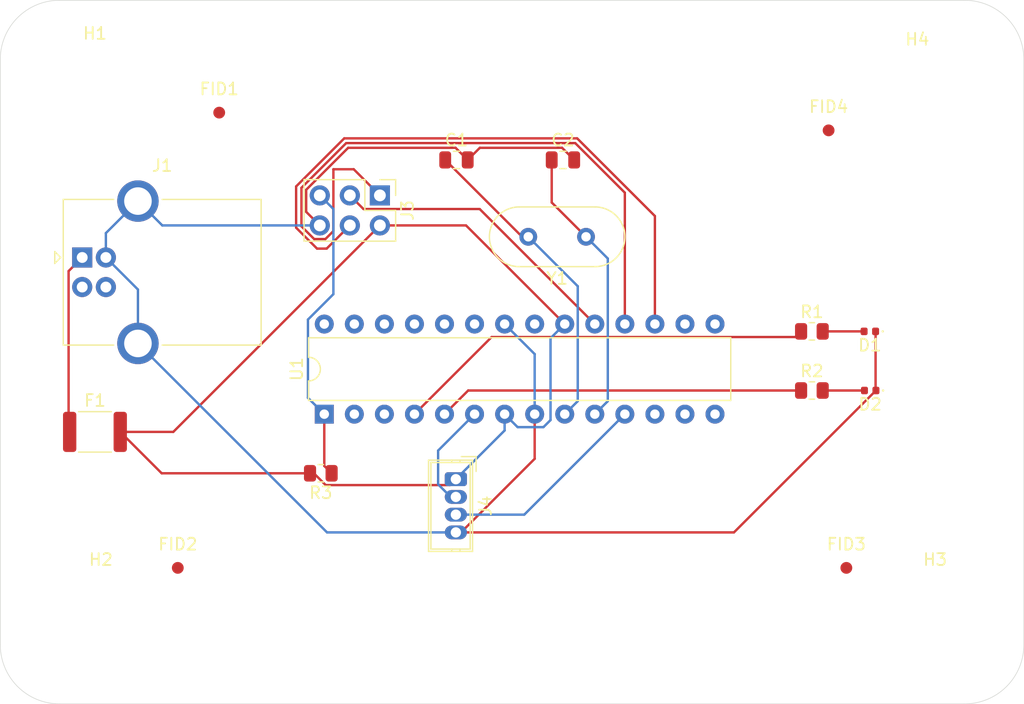
<source format=kicad_pcb>
(kicad_pcb (version 20240108) (generator "pcbnew") (generator_version "8.0")
  (layers (0 "F.Cu" signal) (31 "B.Cu" signal) (34 "B.Paste" user) (35 "F.Paste" user) (36 "B.SilkS" user "B.Silkscreen") (37 "F.SilkS" user "F.Silkscreen") (38 "B.Mask" user) (39 "F.Mask" user) (44 "Edge.Cuts" user))
  (net 0 "")
  (net 1 "GND")
  (net 2 "Net-(U1-XTAL1{slash}PB6)")
  (net 3 "Net-(U1-XTAL2{slash}PB7)")
  (net 4 "Net-(D1-A)")
  (net 5 "Net-(D2-A)")
  (net 6 "VCC")
  (net 7 "Net-(J1-VBUS)")
  (net 10 "/ECHO")
  (net 11 "/TRIG")
  (net 12 "Net-(J3-Pin_3)")
  (net 13 "Net-(J3-Pin_1)")
  (net 14 "Net-(J3-Pin_4)")
  (net 15 "/RESET")
  (net 16 "Net-(U1-PD2)")
  (net 17 "Net-(U1-PD3)")
  (footprint "Connector_PinHeader_2.54mm:PinHeader_2x03_P2.54mm_Vertical" (layer "F.Cu") (at 131.58 40 -90)
    (property "Reference" "J3" (at 1.27 -2.33 90) (layer "F.SilkS"))
    (property "Value" "Conn_02x03_Odd_Even")
    (fp_line (start -1.33 6.41) (end 3.87 6.41) (stroke (width 0.12)) (layer "F.SilkS"))
    (fp_line (start -1.33 1.27) (end -1.33 6.41) (stroke (width 0.12)) (layer "F.SilkS"))
    (fp_line (start -1.33 1.27) (end 1.27 1.27) (stroke (width 0.12)) (layer "F.SilkS"))
    (fp_line (start 1.27 1.27) (end 1.27 -1.33) (stroke (width 0.12)) (layer "F.SilkS"))
    (fp_line (start -1.33 0) (end -1.33 -1.33) (stroke (width 0.12)) (layer "F.SilkS"))
    (fp_line (start -1.33 -1.33) (end 0 -1.33) (stroke (width 0.12)) (layer "F.SilkS"))
    (fp_line (start 1.27 -1.33) (end 3.87 -1.33) (stroke (width 0.12)) (layer "F.SilkS"))
    (fp_line (start 3.87 -1.33) (end 3.87 6.41) (stroke (width 0.12)) (layer "F.SilkS"))
    (pad "1" thru_hole rect (at 0 0 270) (size 1.7 1.7) (drill 1) (layers "*.Cu" "*.Mask") (net 13 "Net-(J3-Pin_1)"))
    (pad "2" thru_hole oval (at 2.54 0 270) (size 1.7 1.7) (drill 1) (layers "*.Cu" "*.Mask") (net 6 "VCC"))
    (pad "3" thru_hole oval (at 0 2.54 270) (size 1.7 1.7) (drill 1) (layers "*.Cu" "*.Mask") (net 12 "Net-(J3-Pin_3)"))
    (pad "4" thru_hole oval (at 2.54 2.54 270) (size 1.7 1.7) (drill 1) (layers "*.Cu" "*.Mask") (net 14 "Net-(J3-Pin_4)"))
    (pad "5" thru_hole oval (at 0 5.08 270) (size 1.7 1.7) (drill 1) (layers "*.Cu" "*.Mask") (net 15 "/RESET"))
    (pad "6" thru_hole oval (at 2.54 5.08 270) (size 1.7 1.7) (drill 1) (layers "*.Cu" "*.Mask") (net 1 "GND"))
  )
  (footprint "MountingHole:MountingHole_3.2mm_M3" (layer "F.Cu") (at 108 75)
    (property "Reference" "H2" (at 0 -4.2 0) (layer "F.SilkS"))
    (property "Value" "MountingHole")
    (pad "" np_thru_hole circle (at 0 0) (size 3.2 3.2) (drill 3.2) (layers "*.Cu" "*.Mask"))
  )
  (footprint "Resistor_SMD:R_0805_2012Metric" (layer "F.Cu") (at 168.0875 56.5)
    (property "Reference" "R2" (at 0 -1.65 0) (layer "F.SilkS"))
    (property "Value" "220")
    (fp_line (start -0.227064 -0.735) (end 0.227064 -0.735) (stroke (width 0.12)) (layer "F.SilkS"))
    (fp_line (start -0.227064 0.735) (end 0.227064 0.735) (stroke (width 0.12)) (layer "F.SilkS"))
    (pad "1" smd roundrect (at -0.9125 0) (size 1.025 1.4) (layers "F.Cu" "F.Paste" "F.Mask") (roundrect_rratio 0.243902) (net 17 "Net-(U1-PD3)"))
    (pad "2" smd roundrect (at 0.9125 0) (size 1.025 1.4) (layers "F.Cu" "F.Paste" "F.Mask") (roundrect_rratio 0.243902) (net 5 "Net-(D2-A)"))
  )
  (footprint "Fiducial:Fiducial_1mm_Mask2mm" (layer "F.Cu") (at 118 33)
    (property "Reference" "FID1" (at 0 -2 0) (layer "F.SilkS"))
    (property "Value" "Fiducial")
    (pad "" smd circle (at 0 0) (size 1 1) (layers "F.Cu" "F.Mask") (clearance 0.5))
  )
  (footprint "MountingHole:MountingHole_3.2mm_M3" (layer "F.Cu") (at 177 31)
    (property "Reference" "H4" (at 0 -4.2 0) (layer "F.SilkS"))
    (property "Value" "MountingHole")
    (pad "" np_thru_hole circle (at 0 0) (size 3.2 3.2) (drill 3.2) (layers "*.Cu" "*.Mask"))
  )
  (footprint "LED_SMD:LED_0402_1005Metric" (layer "F.Cu") (at 173.015 56.5 180)
    (property "Reference" "D2" (at 0 -1.17 360) (layer "F.SilkS"))
    (property "Value" "RED")
    (fp_circle (center -1.09 0) (end -1.04 0) (stroke (width 0.1)) (fill none) (layer "F.SilkS"))
    (pad "1" smd roundrect (at -0.485 0 180) (size 0.59 0.64) (layers "F.Cu" "F.Paste" "F.Mask") (net 1 "GND"))
    (pad "2" smd roundrect (at 0.485 0 180) (size 0.59 0.64) (layers "F.Cu" "F.Paste" "F.Mask") (net 5 "Net-(D2-A)"))
  )
  (footprint "Fiducial:Fiducial_1mm_Mask2mm" (layer "F.Cu") (at 114.5 71.5)
    (property "Reference" "FID2" (at 0 -2 0) (layer "F.SilkS"))
    (property "Value" "Fiducial")
    (pad "" smd circle (at 0 0) (size 1 1) (layers "F.Cu" "F.Mask") (clearance 0.5))
  )
  (footprint "Fiducial:Fiducial_1mm_Mask2mm" (layer "F.Cu") (at 171 71.5)
    (property "Reference" "FID3" (at 0 -2 0) (layer "F.SilkS"))
    (property "Value" "Fiducial")
    (pad "" smd circle (at 0 0) (size 1 1) (layers "F.Cu" "F.Mask") (clearance 0.5))
  )
  (footprint "Connector_Wuerth:Wuerth_WR-WTB_64800411622_1x04_P1.50mm_Vertical" (layer "F.Cu") (at 138 64 -90)
    (property "Reference" "J4" (at 2.25 -2.5 90) (layer "F.SilkS"))
    (property "Value" "Conn_01x04_Socket")
    (fp_line (start -1.61 2.31) (end 6.11 2.31) (stroke (width 0.12)) (layer "F.SilkS"))
    (fp_line (start 6.11 2.31) (end 6.11 -1.41) (stroke (width 0.12)) (layer "F.SilkS"))
    (fp_line (start -1.41 2.11) (end 5.91 2.11) (stroke (width 0.12)) (layer "F.SilkS"))
    (fp_line (start 5.91 2.11) (end 5.91 0.35) (stroke (width 0.12)) (layer "F.SilkS"))
    (fp_line (start -1.41 0.35) (end -1.41 2.11) (stroke (width 0.12)) (layer "F.SilkS"))
    (fp_line (start -1.41 0.35) (end -1.61 0.35) (stroke (width 0.12)) (layer "F.SilkS"))
    (fp_line (start 5.91 0.35) (end 6.11 0.35) (stroke (width 0.12)) (layer "F.SilkS"))
    (fp_line (start -1.61 -0.35) (end -1.41 -0.35) (stroke (width 0.12)) (layer "F.SilkS"))
    (fp_line (start -1.41 -0.35) (end -1.41 0.35) (stroke (width 0.12)) (layer "F.SilkS"))
    (fp_line (start -1.41 -0.35) (end -1.41 -1.21) (stroke (width 0.12)) (layer "F.SilkS"))
    (fp_line (start 5.91 -0.35) (end 5.91 0.35) (stroke (width 0.12)) (layer "F.SilkS"))
    (fp_line (start 5.91 -0.35) (end 6.11 -0.35) (stroke (width 0.12)) (layer "F.SilkS"))
    (fp_line (start -1.41 -1.21) (end 5.91 -1.21) (stroke (width 0.12)) (layer "F.SilkS"))
    (fp_line (start 5.91 -1.21) (end 5.91 -0.35) (stroke (width 0.12)) (layer "F.SilkS"))
    (fp_line (start -1.61 -1.41) (end -1.61 2.31) (stroke (width 0.12)) (layer "F.SilkS"))
    (fp_line (start 6.11 -1.41) (end -1.61 -1.41) (stroke (width 0.12)) (layer "F.SilkS"))
    (fp_line (start -1.91 -1.71) (end -1.91 -0.46) (stroke (width 0.12)) (layer "F.SilkS"))
    (fp_line (start -0.66 -1.71) (end -1.91 -1.71) (stroke (width 0.12)) (layer "F.SilkS"))
    (pad "1" thru_hole roundrect (at 0 0 270) (size 1.17 1.87) (drill 0.87) (layers "*.Cu" "*.Mask") (roundrect_rratio 0.213675) (net 6 "VCC"))
    (pad "2" thru_hole oval (at 1.5 0 270) (size 1.17 1.87) (drill 0.87) (layers "*.Cu" "*.Mask") (net 11 "/TRIG"))
    (pad "3" thru_hole oval (at 3 0 270) (size 1.17 1.87) (drill 0.87) (layers "*.Cu" "*.Mask") (net 10 "/ECHO"))
    (pad "4" thru_hole oval (at 4.5 0 270) (size 1.17 1.87) (drill 0.87) (layers "*.Cu" "*.Mask") (net 1 "GND"))
  )
  (footprint "LED_SMD:LED_0402_1005Metric" (layer "F.Cu") (at 172.985 51.5 180)
    (property "Reference" "D1" (at 0 -1.17 360) (layer "F.SilkS"))
    (property "Value" "GREEN")
    (fp_circle (center -1.09 0) (end -1.04 0) (stroke (width 0.1)) (fill none) (layer "F.SilkS"))
    (pad "1" smd roundrect (at -0.485 0 180) (size 0.59 0.64) (layers "F.Cu" "F.Paste" "F.Mask") (net 1 "GND"))
    (pad "2" smd roundrect (at 0.485 0 180) (size 0.59 0.64) (layers "F.Cu" "F.Paste" "F.Mask") (net 4 "Net-(D1-A)"))
  )
  (footprint "Package_DIP:DIP-28_W7.62mm" (layer "F.Cu") (at 126.88 58.5 90)
    (property "Reference" "U1" (at 3.81 -2.33 90) (layer "F.SilkS"))
    (property "Value" "ATmega328-P")
    (fp_line (start 6.46 -1.33) (end 4.81 -1.33) (stroke (width 0.12)) (layer "F.SilkS"))
    (fp_line (start 2.81 -1.33) (end 1.16 -1.33) (stroke (width 0.12)) (layer "F.SilkS"))
    (fp_line (start 1.16 -1.33) (end 1.16 34.35) (stroke (width 0.12)) (layer "F.SilkS"))
    (fp_line (start 6.46 34.35) (end 6.46 -1.33) (stroke (width 0.12)) (layer "F.SilkS"))
    (fp_line (start 1.16 34.35) (end 6.46 34.35) (stroke (width 0.12)) (layer "F.SilkS"))
    (fp_arc (start 4.81 -1.33) (mid 3.81 -0.33) (end 2.81 -1.33) (stroke (width 0.12)) (layer "F.SilkS"))
    (pad "1" thru_hole rect (at 0 0 90) (size 1.6 1.6) (drill 0.8) (layers "*.Cu" "*.Mask") (net 15 "/RESET"))
    (pad "2" thru_hole oval (at 0 2.54 90) (size 1.6 1.6) (drill 0.8) (layers "*.Cu" "*.Mask"))
    (pad "3" thru_hole oval (at 0 5.08 90) (size 1.6 1.6) (drill 0.8) (layers "*.Cu" "*.Mask"))
    (pad "4" thru_hole oval (at 0 7.62 90) (size 1.6 1.6) (drill 0.8) (layers "*.Cu" "*.Mask") (net 16 "Net-(U1-PD2)"))
    (pad "5" thru_hole oval (at 0 10.16 90) (size 1.6 1.6) (drill 0.8) (layers "*.Cu" "*.Mask") (net 17 "Net-(U1-PD3)"))
    (pad "6" thru_hole oval (at 0 12.7 90) (size 1.6 1.6) (drill 0.8) (layers "*.Cu" "*.Mask") (net 11 "/TRIG"))
    (pad "7" thru_hole oval (at 0 15.24 90) (size 1.6 1.6) (drill 0.8) (layers "*.Cu" "*.Mask") (net 6 "VCC"))
    (pad "8" thru_hole oval (at 0 17.78 90) (size 1.6 1.6) (drill 0.8) (layers "*.Cu" "*.Mask") (net 1 "GND"))
    (pad "9" thru_hole oval (at 0 20.32 90) (size 1.6 1.6) (drill 0.8) (layers "*.Cu" "*.Mask") (net 2 "Net-(U1-XTAL1{slash}PB6)"))
    (pad "10" thru_hole oval (at 0 22.86 90) (size 1.6 1.6) (drill 0.8) (layers "*.Cu" "*.Mask") (net 3 "Net-(U1-XTAL2{slash}PB7)"))
    (pad "11" thru_hole oval (at 0 25.4 90) (size 1.6 1.6) (drill 0.8) (layers "*.Cu" "*.Mask") (net 10 "/ECHO"))
    (pad "12" thru_hole oval (at 0 27.94 90) (size 1.6 1.6) (drill 0.8) (layers "*.Cu" "*.Mask"))
    (pad "13" thru_hole oval (at 0 30.48 90) (size 1.6 1.6) (drill 0.8) (layers "*.Cu" "*.Mask"))
    (pad "14" thru_hole oval (at 0 33.02 90) (size 1.6 1.6) (drill 0.8) (layers "*.Cu" "*.Mask"))
    (pad "15" thru_hole oval (at 7.62 33.02 90) (size 1.6 1.6) (drill 0.8) (layers "*.Cu" "*.Mask"))
    (pad "16" thru_hole oval (at 7.62 30.48 90) (size 1.6 1.6) (drill 0.8) (layers "*.Cu" "*.Mask"))
    (pad "17" thru_hole oval (at 7.62 27.94 90) (size 1.6 1.6) (drill 0.8) (layers "*.Cu" "*.Mask") (net 14 "Net-(J3-Pin_4)"))
    (pad "18" thru_hole oval (at 7.62 25.4 90) (size 1.6 1.6) (drill 0.8) (layers "*.Cu" "*.Mask") (net 13 "Net-(J3-Pin_1)"))
    (pad "19" thru_hole oval (at 7.62 22.86 90) (size 1.6 1.6) (drill 0.8) (layers "*.Cu" "*.Mask") (net 12 "Net-(J3-Pin_3)"))
    (pad "20" thru_hole oval (at 7.62 20.32 90) (size 1.6 1.6) (drill 0.8) (layers "*.Cu" "*.Mask") (net 6 "VCC"))
    (pad "21" thru_hole oval (at 7.62 17.78 90) (size 1.6 1.6) (drill 0.8) (layers "*.Cu" "*.Mask"))
    (pad "22" thru_hole oval (at 7.62 15.24 90) (size 1.6 1.6) (drill 0.8) (layers "*.Cu" "*.Mask") (net 1 "GND"))
    (pad "23" thru_hole oval (at 7.62 12.7 90) (size 1.6 1.6) (drill 0.8) (layers "*.Cu" "*.Mask"))
    (pad "24" thru_hole oval (at 7.62 10.16 90) (size 1.6 1.6) (drill 0.8) (layers "*.Cu" "*.Mask"))
    (pad "25" thru_hole oval (at 7.62 7.62 90) (size 1.6 1.6) (drill 0.8) (layers "*.Cu" "*.Mask"))
    (pad "26" thru_hole oval (at 7.62 5.08 90) (size 1.6 1.6) (drill 0.8) (layers "*.Cu" "*.Mask"))
    (pad "27" thru_hole oval (at 7.62 2.54 90) (size 1.6 1.6) (drill 0.8) (layers "*.Cu" "*.Mask"))
    (pad "28" thru_hole oval (at 7.62 0 90) (size 1.6 1.6) (drill 0.8) (layers "*.Cu" "*.Mask"))
  )
  (footprint "MountingHole:MountingHole_3.2mm_M3" (layer "F.Cu") (at 178.5 75)
    (property "Reference" "H3" (at 0 -4.2 0) (layer "F.SilkS"))
    (property "Value" "MountingHole")
    (pad "" np_thru_hole circle (at 0 0) (size 3.2 3.2) (drill 3.2) (layers "*.Cu" "*.Mask"))
  )
  (footprint "Capacitor_SMD:C_0805_2012Metric" (layer "F.Cu") (at 147.05 37)
    (property "Reference" "C2" (at 0 -1.68 0) (layer "F.SilkS"))
    (property "Value" "22pF")
    (fp_line (start -0.261252 -0.735) (end 0.261252 -0.735) (stroke (width 0.12)) (layer "F.SilkS"))
    (fp_line (start -0.261252 0.735) (end 0.261252 0.735) (stroke (width 0.12)) (layer "F.SilkS"))
    (pad "1" smd roundrect (at -0.95 0) (size 1 1.45) (layers "F.Cu" "F.Paste" "F.Mask") (net 3 "Net-(U1-XTAL2{slash}PB7)"))
    (pad "2" smd roundrect (at 0.95 0) (size 1 1.45) (layers "F.Cu" "F.Paste" "F.Mask") (net 1 "GND"))
  )
  (footprint "Fiducial:Fiducial_1mm_Mask2mm" (layer "F.Cu") (at 169.5 34.5)
    (property "Reference" "FID4" (at 0 -2 0) (layer "F.SilkS"))
    (property "Value" "Fiducial")
    (pad "" smd circle (at 0 0) (size 1 1) (layers "F.Cu" "F.Mask") (clearance 0.5))
  )
  (footprint "Fuse:Fuse_1812_4532Metric" (layer "F.Cu") (at 107.5 60)
    (property "Reference" "F1" (at 0 -2.65 0) (layer "F.SilkS"))
    (property "Value" "Fuse")
    (fp_line (start -1.386252 -1.71) (end 1.386252 -1.71) (stroke (width 0.12)) (layer "F.SilkS"))
    (fp_line (start -1.386252 1.71) (end 1.386252 1.71) (stroke (width 0.12)) (layer "F.SilkS"))
    (pad "1" smd roundrect (at -2.1375 0) (size 1.125 3.4) (layers "F.Cu" "F.Paste" "F.Mask") (roundrect_rratio 0.222222) (net 7 "Net-(J1-VBUS)"))
    (pad "2" smd roundrect (at 2.1375 0) (size 1.125 3.4) (layers "F.Cu" "F.Paste" "F.Mask") (roundrect_rratio 0.222222) (net 6 "VCC"))
  )
  (footprint "Capacitor_SMD:C_0805_2012Metric" (layer "F.Cu") (at 138.05 37)
    (property "Reference" "C1" (at 0 -1.68 0) (layer "F.SilkS"))
    (property "Value" "22pF")
    (fp_line (start -0.261252 -0.735) (end 0.261252 -0.735) (stroke (width 0.12)) (layer "F.SilkS"))
    (fp_line (start -0.261252 0.735) (end 0.261252 0.735) (stroke (width 0.12)) (layer "F.SilkS"))
    (pad "1" smd roundrect (at -0.95 0) (size 1 1.45) (layers "F.Cu" "F.Paste" "F.Mask") (net 2 "Net-(U1-XTAL1{slash}PB6)"))
    (pad "2" smd roundrect (at 0.95 0) (size 1 1.45) (layers "F.Cu" "F.Paste" "F.Mask") (net 1 "GND"))
  )
  (footprint "Resistor_SMD:R_0805_2012Metric" (layer "F.Cu") (at 126.5875 63.5 180)
    (property "Reference" "R3" (at 0 -1.65 360) (layer "F.SilkS"))
    (property "Value" "10K")
    (fp_line (start -0.227064 0.735) (end 0.227064 0.735) (stroke (width 0.12)) (layer "F.SilkS"))
    (fp_line (start -0.227064 -0.735) (end 0.227064 -0.735) (stroke (width 0.12)) (layer "F.SilkS"))
    (pad "1" smd roundrect (at -0.9125 0 180) (size 1.025 1.4) (layers "F.Cu" "F.Paste" "F.Mask") (roundrect_rratio 0.243902) (net 15 "/RESET"))
    (pad "2" smd roundrect (at 0.9125 0 180) (size 1.025 1.4) (layers "F.Cu" "F.Paste" "F.Mask") (roundrect_rratio 0.243902) (net 6 "VCC"))
  )
  (footprint "Crystal:Crystal_HC49-4H_Vertical" (layer "F.Cu") (at 149 43.5 180)
    (property "Reference" "Y1" (at 2.44 -3.525 360) (layer "F.SilkS"))
    (property "Value" "16MHz")
    (fp_line (start -0.76 2.525) (end 5.64 2.525) (stroke (width 0.12)) (layer "F.SilkS"))
    (fp_line (start -0.76 -2.525) (end 5.64 -2.525) (stroke (width 0.12)) (layer "F.SilkS"))
    (fp_arc (start 5.64 -2.525) (mid 8.165 0) (end 5.64 2.525) (stroke (width 0.12)) (layer "F.SilkS"))
    (fp_arc (start -0.76 2.525) (mid -3.285 0) (end -0.76 -2.525) (stroke (width 0.12)) (layer "F.SilkS"))
    (pad "1" thru_hole circle (at 0 0 180) (size 1.5 1.5) (drill 0.8) (layers "*.Cu" "*.Mask") (net 3 "Net-(U1-XTAL2{slash}PB7)"))
    (pad "2" thru_hole circle (at 4.88 0 180) (size 1.5 1.5) (drill 0.8) (layers "*.Cu" "*.Mask") (net 2 "Net-(U1-XTAL1{slash}PB6)"))
  )
  (footprint "Resistor_SMD:R_0805_2012Metric" (layer "F.Cu") (at 168.0875 51.5)
    (property "Reference" "R1" (at 0 -1.65 0) (layer "F.SilkS"))
    (property "Value" "220")
    (fp_line (start -0.227064 -0.735) (end 0.227064 -0.735) (stroke (width 0.12)) (layer "F.SilkS"))
    (fp_line (start -0.227064 0.735) (end 0.227064 0.735) (stroke (width 0.12)) (layer "F.SilkS"))
    (pad "1" smd roundrect (at -0.9125 0) (size 1.025 1.4) (layers "F.Cu" "F.Paste" "F.Mask") (roundrect_rratio 0.243902) (net 16 "Net-(U1-PD2)"))
    (pad "2" smd roundrect (at 0.9125 0) (size 1.025 1.4) (layers "F.Cu" "F.Paste" "F.Mask") (roundrect_rratio 0.243902) (net 4 "Net-(D1-A)"))
  )
  (footprint "Connector_USB:USB_B_OST_USB-B1HSxx_Horizontal" (layer "F.Cu") (at 106.4225 45.25)
    (property "Reference" "J1" (at 6.76 -7.77 0) (layer "F.SilkS"))
    (property "Value" "USB_B")
    (fp_line (start -2.32 -0.5) (end -2.32 0.5) (stroke (width 0.12)) (layer "F.SilkS"))
    (fp_line (start -2.32 0.5) (end -1.82 0) (stroke (width 0.12)) (layer "F.SilkS"))
    (fp_line (start -1.82 0) (end -2.32 -0.5) (stroke (width 0.12)) (layer "F.SilkS"))
    (fp_line (start -1.6 -4.91) (end -1.6 7.41) (stroke (width 0.12)) (layer "F.SilkS"))
    (fp_line (start -1.6 7.41) (end 2.66 7.41) (stroke (width 0.12)) (layer "F.SilkS"))
    (fp_line (start 2.66 -4.91) (end -1.6 -4.91) (stroke (width 0.12)) (layer "F.SilkS"))
    (fp_line (start 6.76 -4.91) (end 15.12 -4.91) (stroke (width 0.12)) (layer "F.SilkS"))
    (fp_line (start 15.12 -4.91) (end 15.12 7.41) (stroke (width 0.12)) (layer "F.SilkS"))
    (fp_line (start 15.12 7.41) (end 6.76 7.41) (stroke (width 0.12)) (layer "F.SilkS"))
    (pad "1" thru_hole rect (at 0 0) (size 1.7 1.7) (drill 0.92) (layers "*.Cu" "*.Mask") (net 7 "Net-(J1-VBUS)"))
    (pad "2" thru_hole circle (at 0 2.5) (size 1.7 1.7) (drill 0.92) (layers "*.Cu" "*.Mask"))
    (pad "3" thru_hole circle (at 2 2.5) (size 1.7 1.7) (drill 0.92) (layers "*.Cu" "*.Mask"))
    (pad "4" thru_hole circle (at 2 0) (size 1.7 1.7) (drill 0.92) (layers "*.Cu" "*.Mask") (net 1 "GND"))
    (pad "5" thru_hole circle (at 4.71 -4.77) (size 3.5 3.5) (drill 2.33) (layers "*.Cu" "*.Mask") (net 1 "GND"))
    (pad "5" thru_hole circle (at 4.71 7.27) (size 3.5 3.5) (drill 2.33) (layers "*.Cu" "*.Mask") (net 1 "GND"))
  )
  (footprint "MountingHole:MountingHole_3.2mm_M3" (layer "F.Cu") (at 107.5 30.5)
    (property "Reference" "H1" (at 0 -4.2 0) (layer "F.SilkS"))
    (property "Value" "MountingHole")
    (pad "" np_thru_hole circle (at 0 0) (size 3.2 3.2) (drill 3.2) (layers "*.Cu" "*.Mask"))
  )
  (gr_line (start 186 28.5) (end 186 78) (stroke (width 0.05)) (layer "Edge.Cuts"))
  (gr_line (start 99.5 78) (end 99.5 28.5) (stroke (width 0.05)) (layer "Edge.Cuts"))
  (gr_arc (start 104.5 83) (mid 100.964466 81.535534) (end 99.5 78) (stroke (width 0.05)) (layer "Edge.Cuts"))
  (gr_line (start 181 83) (end 104.5 83) (stroke (width 0.05)) (layer "Edge.Cuts"))
  (gr_arc (start 186 78) (mid 184.535534 81.535534) (end 181 83) (stroke (width 0.05)) (layer "Edge.Cuts"))
  (gr_arc (start 181 23.5) (mid 184.535534 24.964466) (end 186 28.5) (stroke (width 0.05)) (layer "Edge.Cuts"))
  (gr_arc (start 99.5 28.5) (mid 100.964466 24.964466) (end 104.5 23.5) (stroke (width 0.05)) (layer "Edge.Cuts"))
  (gr_line (start 104.5 23.5) (end 181 23.5) (stroke (width 0.05)) (layer "Edge.Cuts"))
  (segment (start 128.898654 35.975) (end 125.35 39.523654) (width 0.2) (layer "F.Cu") (net 1))
  (segment (start 137.975 35.975) (end 128.898654 35.975) (width 0.2) (layer "F.Cu") (net 1))
  (segment (start 148 37) (end 146.975 35.975) (width 0.2) (layer "F.Cu") (net 1))
  (segment (start 138.435 68.5) (end 138 68.5) (width 0.2) (layer "F.Cu") (net 1))
  (segment (start 161.5 68.5) (end 138 68.5) (width 0.2) (layer "F.Cu") (net 1))
  (segment (start 173.5 56.5) (end 161.5 68.5) (width 0.2) (layer "F.Cu") (net 1))
  (segment (start 125.35 39.523654) (end 125.35 41.39) (width 0.2) (layer "F.Cu") (net 1))
  (segment (start 144.66 62.275) (end 138.435 68.5) (width 0.2) (layer "F.Cu") (net 1))
  (segment (start 125.35 41.39) (end 126.5 42.54) (width 0.2) (layer "F.Cu") (net 1))
  (segment (start 146.975 35.975) (end 140.025 35.975) (width 0.2) (layer "F.Cu") (net 1))
  (segment (start 139 37) (end 137.975 35.975) (width 0.2) (layer "F.Cu") (net 1))
  (segment (start 144.66 58.5) (end 144.66 62.275) (width 0.2) (layer "F.Cu") (net 1))
  (segment (start 140.025 35.975) (end 139 37) (width 0.2) (layer "F.Cu") (net 1))
  (segment (start 173.47 56.47) (end 173.5 56.5) (width 0.2) (layer "F.Cu") (net 1))
  (segment (start 173.47 51.5) (end 173.47 56.47) (width 0.2) (layer "F.Cu") (net 1))
  (segment (start 108.4225 43.19) (end 108.4225 45.25) (width 0.2) (layer "B.Cu") (net 1))
  (segment (start 111.1325 40.48) (end 108.4225 43.19) (width 0.2) (layer "B.Cu") (net 1))
  (segment (start 127.1125 68.5) (end 111.1325 52.52) (width 0.2) (layer "B.Cu") (net 1))
  (segment (start 111.1325 47.96) (end 111.1325 52.52) (width 0.2) (layer "B.Cu") (net 1))
  (segment (start 144.66 58.5) (end 144.66 53.42) (width 0.2) (layer "B.Cu") (net 1))
  (segment (start 113.1925 42.54) (end 111.1325 40.48) (width 0.2) (layer "B.Cu") (net 1))
  (segment (start 144.66 53.42) (end 142.12 50.88) (width 0.2) (layer "B.Cu") (net 1))
  (segment (start 126.5 42.54) (end 113.1925 42.54) (width 0.2) (layer "B.Cu") (net 1))
  (segment (start 108.4225 45.25) (end 111.1325 47.96) (width 0.2) (layer "B.Cu") (net 1))
  (segment (start 138 68.5) (end 127.1125 68.5) (width 0.2) (layer "B.Cu") (net 1))
  (segment (start 137.1 37) (end 143.6 43.5) (width 0.2) (layer "F.Cu") (net 2))
  (segment (start 143.6 43.5) (end 144.12 43.5) (width 0.2) (layer "F.Cu") (net 2))
  (segment (start 148.3 47.68) (end 148.3 57.4) (width 0.2) (layer "B.Cu") (net 2))
  (segment (start 148.3 57.4) (end 147.2 58.5) (width 0.2) (layer "B.Cu") (net 2))
  (segment (start 144.12 43.5) (end 148.3 47.68) (width 0.2) (layer "B.Cu") (net 2))
  (segment (start 146.1 40.6) (end 149 43.5) (width 0.2) (layer "F.Cu") (net 3))
  (segment (start 146.1 37) (end 146.1 40.6) (width 0.2) (layer "F.Cu") (net 3))
  (segment (start 150.84 45.34) (end 150.84 57.4) (width 0.2) (layer "B.Cu") (net 3))
  (segment (start 149 43.5) (end 150.84 45.34) (width 0.2) (layer "B.Cu") (net 3))
  (segment (start 150.84 57.4) (end 149.74 58.5) (width 0.2) (layer "B.Cu") (net 3))
  (segment (start 169 51.5) (end 172.5 51.5) (width 0.2) (layer "F.Cu") (net 4))
  (segment (start 169 56.5) (end 172.53 56.5) (width 0.2) (layer "F.Cu") (net 5))
  (segment (start 125.675 63.5) (end 126 63.5) (width 0.2) (layer "F.Cu") (net 6))
  (segment (start 131.58 42.54) (end 138.86 42.54) (width 0.2) (layer "F.Cu") (net 6))
  (segment (start 127 64.5) (end 137.5 64.5) (width 0.2) (layer "F.Cu") (net 6))
  (segment (start 109.6375 60) (end 113.1375 63.5) (width 0.2) (layer "F.Cu") (net 6))
  (segment (start 126 63.5) (end 127 64.5) (width 0.2) (layer "F.Cu") (net 6))
  (segment (start 138.86 42.54) (end 147.2 50.88) (width 0.2) (layer "F.Cu") (net 6))
  (segment (start 137.5 64.5) (end 138 64) (width 0.2) (layer "F.Cu") (net 6))
  (segment (start 131.58 42.54) (end 114.12 60) (width 0.2) (layer "F.Cu") (net 6))
  (segment (start 113.1375 63.5) (end 125.675 63.5) (width 0.2) (layer "F.Cu") (net 6))
  (segment (start 114.12 60) (end 109.6375 60) (width 0.2) (layer "F.Cu") (net 6))
  (segment (start 145.4 59.6) (end 146 59) (width 0.2) (layer "B.Cu") (net 6))
  (segment (start 142.12 59.88) (end 142.12 58.5) (width 0.2) (layer "B.Cu") (net 6))
  (segment (start 146 52.08) (end 147.2 50.88) (width 0.2) (layer "B.Cu") (net 6))
  (segment (start 142.12 58.5) (end 143.22 59.6) (width 0.2) (layer "B.Cu") (net 6))
  (segment (start 146 59) (end 146 52.08) (width 0.2) (layer "B.Cu") (net 6))
  (segment (start 143.22 59.6) (end 145.4 59.6) (width 0.2) (layer "B.Cu") (net 6))
  (segment (start 138 64) (end 142.12 59.88) (width 0.2) (layer "B.Cu") (net 6))
  (segment (start 105.2725 59.91) (end 105.3625 60) (width 0.2) (layer "F.Cu") (net 7))
  (segment (start 105.2725 46.4) (end 105.2725 59.91) (width 0.2) (layer "F.Cu") (net 7))
  (segment (start 106.4225 45.25) (end 105.2725 46.4) (width 0.2) (layer "F.Cu") (net 7))
  (segment (start 138 67) (end 143.78 67) (width 0.2) (layer "B.Cu") (net 10))
  (segment (start 143.78 67) (end 152.28 58.5) (width 0.2) (layer "B.Cu") (net 10))
  (segment (start 138 65.5) (end 137.565 65.5) (width 0.2) (layer "B.Cu") (net 11))
  (segment (start 136.5 61.58) (end 139.58 58.5) (width 0.2) (layer "B.Cu") (net 11))
  (segment (start 137.565 65.5) (end 136.5 64.435) (width 0.2) (layer "B.Cu") (net 11))
  (segment (start 136.5 64.435) (end 136.5 61.58) (width 0.2) (layer "B.Cu") (net 11))
  (segment (start 130.19 41.15) (end 140.01 41.15) (width 0.2) (layer "F.Cu") (net 12))
  (segment (start 129.04 40) (end 130.19 41.15) (width 0.2) (layer "F.Cu") (net 12))
  (segment (start 140.01 41.15) (end 149.74 50.88) (width 0.2) (layer "F.Cu") (net 12))
  (segment (start 131.58 40) (end 129.36934 37.78934) (width 0.2) (layer "F.Cu") (net 13))
  (segment (start 127.65 37.78934) (end 127.65 43.016346) (width 0.2) (layer "F.Cu") (net 13))
  (segment (start 124.95 42.616346) (end 124.95 39.357968) (width 0.2) (layer "F.Cu") (net 13))
  (segment (start 152.28 39.770256) (end 152.28 50.88) (width 0.2) (layer "F.Cu") (net 13))
  (segment (start 129.36934 37.78934) (end 127.65 37.78934) (width 0.2) (layer "F.Cu") (net 13))
  (segment (start 148.084744 35.575) (end 152.28 39.770256) (width 0.2) (layer "F.Cu") (net 13))
  (segment (start 124.95 39.357968) (end 128.732968 35.575) (width 0.2) (layer "F.Cu") (net 13))
  (segment (start 128.732968 35.575) (end 148.084744 35.575) (width 0.2) (layer "F.Cu") (net 13))
  (segment (start 126.023654 43.69) (end 124.95 42.616346) (width 0.2) (layer "F.Cu") (net 13))
  (segment (start 127.65 43.016346) (end 126.976346 43.69) (width 0.2) (layer "F.Cu") (net 13))
  (segment (start 126.976346 43.69) (end 126.023654 43.69) (width 0.2) (layer "F.Cu") (net 13))
  (segment (start 154.82 41.74457) (end 148.25043 35.175) (width 0.2) (layer "F.Cu") (net 14))
  (segment (start 127.08 44.5) (end 129.04 42.54) (width 0.2) (layer "F.Cu") (net 14))
  (segment (start 126.267968 44.5) (end 127.08 44.5) (width 0.2) (layer "F.Cu") (net 14))
  (segment (start 128.567282 35.175) (end 124.5 39.242282) (width 0.2) (layer "F.Cu") (net 14))
  (segment (start 148.25043 35.175) (end 128.567282 35.175) (width 0.2) (layer "F.Cu") (net 14))
  (segment (start 124.5 42.732032) (end 126.267968 44.5) (width 0.2) (layer "F.Cu") (net 14))
  (segment (start 124.5 39.242282) (end 124.5 42.732032) (width 0.2) (layer "F.Cu") (net 14))
  (segment (start 154.82 50.88) (end 154.82 41.74457) (width 0.2) (layer "F.Cu") (net 14))
  (segment (start 126.88 58.5) (end 126.88 62.88) (width 0.2) (layer "F.Cu") (net 15))
  (segment (start 126.88 62.88) (end 127.5 63.5) (width 0.2) (layer "F.Cu") (net 15))
  (segment (start 125.5 57.12) (end 126.88 58.5) (width 0.2) (layer "B.Cu") (net 15))
  (segment (start 127.65 48.35) (end 125.5 50.5) (width 0.2) (layer "B.Cu") (net 15))
  (segment (start 127.65 41.15) (end 127.65 48.35) (width 0.2) (layer "B.Cu") (net 15))
  (segment (start 126.5 40) (end 127.65 41.15) (width 0.2) (layer "B.Cu") (net 15))
  (segment (start 125.5 50.5) (end 125.5 57.12) (width 0.2) (layer "B.Cu") (net 15))
  (segment (start 167.175 51.5) (end 166.695 51.98) (width 0.2) (layer "F.Cu") (net 16))
  (segment (start 166.695 51.98) (end 141.02 51.98) (width 0.2) (layer "F.Cu") (net 16))
  (segment (start 141.02 51.98) (end 134.5 58.5) (width 0.2) (layer "F.Cu") (net 16))
  (segment (start 167.175 56.5) (end 139.04 56.5) (width 0.2) (layer "F.Cu") (net 17))
  (segment (start 139.04 56.5) (end 137.04 58.5) (width 0.2) (layer "F.Cu") (net 17))
)
</source>
